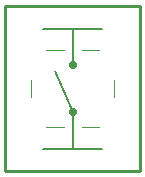
<source format=gbr>
G04 #@! TF.GenerationSoftware,KiCad,Pcbnew,(5.1.8)-1*
G04 #@! TF.CreationDate,2021-06-11T10:05:30-05:00*
G04 #@! TF.ProjectId,Tactile_Switch_Adapter,54616374-696c-4655-9f53-77697463685f,1A*
G04 #@! TF.SameCoordinates,Original*
G04 #@! TF.FileFunction,Legend,Top*
G04 #@! TF.FilePolarity,Positive*
%FSLAX46Y46*%
G04 Gerber Fmt 4.6, Leading zero omitted, Abs format (unit mm)*
G04 Created by KiCad (PCBNEW (5.1.8)-1) date 2021-06-11 10:05:30*
%MOMM*%
%LPD*%
G01*
G04 APERTURE LIST*
%ADD10C,0.700000*%
%ADD11C,0.150000*%
G04 #@! TA.AperFunction,Profile*
%ADD12C,0.254000*%
G04 #@! TD*
%ADD13C,0.120000*%
G04 APERTURE END LIST*
D10*
X100000000Y-98000000D02*
G75*
G03*
X100000000Y-98000000I0J0D01*
G01*
D11*
X100000000Y-102000000D02*
X98500000Y-98500000D01*
D10*
X100000000Y-102000000D02*
G75*
G03*
X100000000Y-102000000I0J0D01*
G01*
D11*
X102500000Y-94920000D02*
X97500000Y-94920000D01*
X100000000Y-94920000D02*
X100000000Y-98000000D01*
X100000000Y-105080000D02*
X100000000Y-102000000D01*
X97500000Y-105080000D02*
X102500000Y-105080000D01*
D12*
X94270000Y-107000000D02*
X105730000Y-107000000D01*
X105730000Y-107000000D02*
X105730000Y-93000000D01*
X94270000Y-93000000D02*
X94270000Y-107000000D01*
X94270000Y-93000000D02*
X105730000Y-93000000D01*
D13*
X103500000Y-100750000D02*
X103500000Y-99250000D01*
X99250000Y-96750000D02*
X97750000Y-96750000D01*
X96500000Y-99250000D02*
X96500000Y-100750000D01*
X97750000Y-103250000D02*
X99250000Y-103250000D01*
X100750000Y-103250000D02*
X102250000Y-103250000D01*
X100750000Y-96750000D02*
X102250000Y-96750000D01*
M02*

</source>
